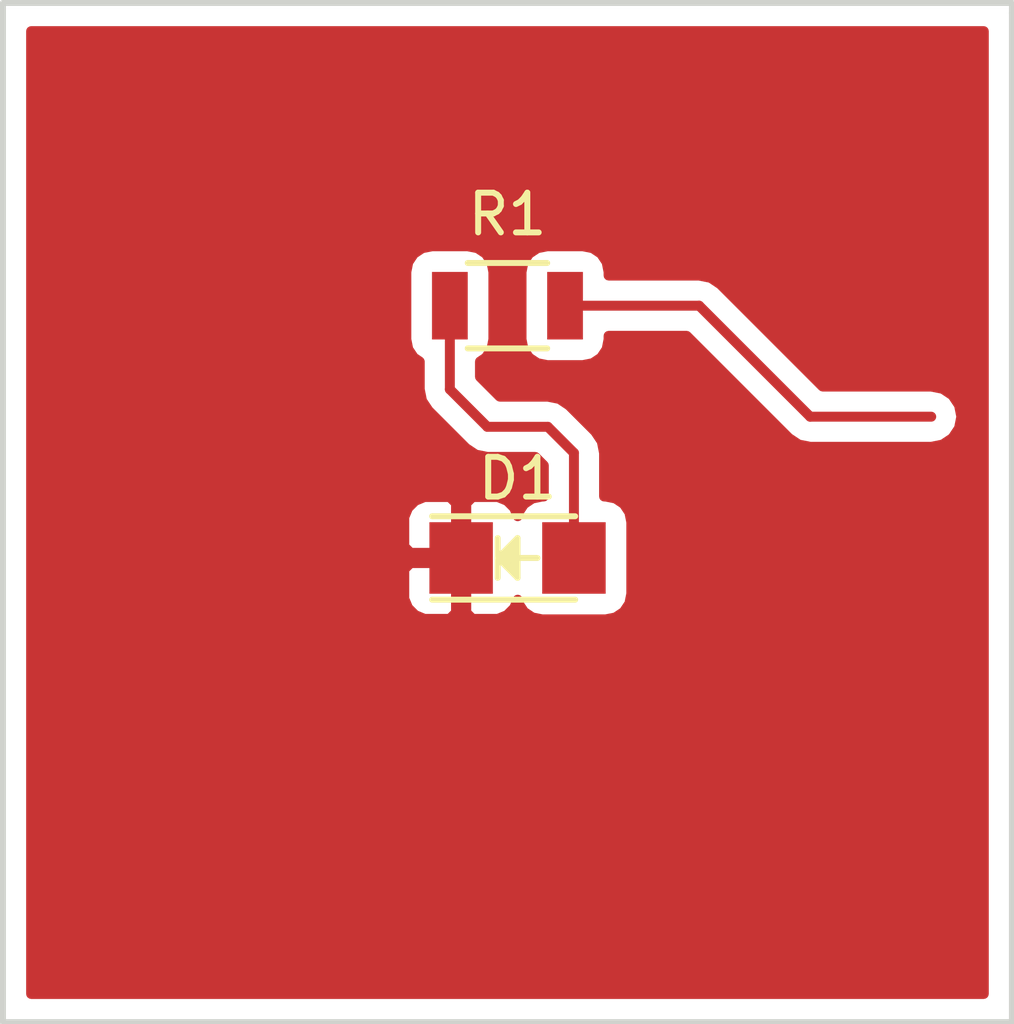
<source format=kicad_pcb>
(kicad_pcb (version 20160815) (host pcbnew "(2016-09-08 BZR 7138, Git 2adfb09)-product")

  (general
    (links 1)
    (no_connects 0)
    (area 0 0 0 0)
    (thickness 1.6)
    (drawings 5)
    (tracks 8)
    (zones 0)
    (modules 2)
    (nets 4)
  )

  (page A4)
  (layers
    (0 F.Cu signal)
    (31 B.Cu signal)
    (32 B.Adhes user)
    (33 F.Adhes user)
    (34 B.Paste user)
    (35 F.Paste user)
    (36 B.SilkS user)
    (37 F.SilkS user)
    (38 B.Mask user)
    (39 F.Mask user)
    (40 Dwgs.User user)
    (41 Cmts.User user)
    (42 Eco1.User user)
    (43 Eco2.User user)
    (44 Edge.Cuts user)
    (45 Margin user)
    (46 B.CrtYd user)
    (47 F.CrtYd user)
    (48 B.Fab user)
    (49 F.Fab user)
  )

  (setup
    (last_trace_width 0.25)
    (trace_clearance 0.2)
    (zone_clearance 0.508)
    (zone_45_only no)
    (trace_min 0.2)
    (segment_width 0.2)
    (edge_width 0.15)
    (via_size 0.8)
    (via_drill 0.4)
    (via_min_size 0.4)
    (via_min_drill 0.3)
    (uvia_size 0.3)
    (uvia_drill 0.1)
    (uvias_allowed no)
    (uvia_min_size 0.2)
    (uvia_min_drill 0.1)
    (pcb_text_width 0.3)
    (pcb_text_size 1.5 1.5)
    (mod_edge_width 0.15)
    (mod_text_size 1 1)
    (mod_text_width 0.15)
    (pad_size 1.524 1.524)
    (pad_drill 0.762)
    (pad_to_mask_clearance 0.2)
    (aux_axis_origin 0 0)
    (visible_elements FFFFFF7F)
    (pcbplotparams
      (layerselection 0x00030_ffffffff)
      (usegerberextensions false)
      (excludeedgelayer true)
      (linewidth 0.100000)
      (plotframeref false)
      (viasonmask false)
      (mode 1)
      (useauxorigin false)
      (hpglpennumber 1)
      (hpglpenspeed 20)
      (hpglpendiameter 15)
      (psnegative false)
      (psa4output false)
      (plotreference true)
      (plotvalue true)
      (plotinvisibletext false)
      (padsonsilk false)
      (subtractmaskfromsilk false)
      (outputformat 1)
      (mirror false)
      (drillshape 1)
      (scaleselection 1)
      (outputdirectory ""))
  )

  (net 0 "")
  (net 1 "Net-(D1-Pad2)")
  (net 2 GND)
  (net 3 VCC)

  (net_class Default "This is the default net class."
    (clearance 0.2)
    (trace_width 0.25)
    (via_dia 0.8)
    (via_drill 0.4)
    (uvia_dia 0.3)
    (uvia_drill 0.1)
    (diff_pair_gap 0.25)
    (diff_pair_width 0.2)
    (add_net GND)
    (add_net "Net-(D1-Pad2)")
    (add_net VCC)
  )

  (module LEDs:LED_1206 (layer F.Cu) (tedit 57ABE035) (tstamp 57EA354D)
    (at 122.428 136.398)
    (descr "LED 1206 smd package")
    (tags "LED1206 SMD")
    (path /57EA34CB)
    (attr smd)
    (fp_text reference D1 (at 0 -2) (layer F.SilkS)
      (effects (font (size 1 1) (thickness 0.15)))
    )
    (fp_text value LED (at 0 2) (layer F.Fab)
      (effects (font (size 1 1) (thickness 0.15)))
    )
    (fp_line (start -0.5 -0.5) (end -0.5 0.5) (layer F.Fab) (width 0.15))
    (fp_line (start -0.5 0) (end 0 -0.5) (layer F.Fab) (width 0.15))
    (fp_line (start 0 0.5) (end -0.5 0) (layer F.Fab) (width 0.15))
    (fp_line (start 0 -0.5) (end 0 0.5) (layer F.Fab) (width 0.15))
    (fp_line (start -1.6 0.8) (end -1.6 -0.8) (layer F.Fab) (width 0.15))
    (fp_line (start 1.6 0.8) (end -1.6 0.8) (layer F.Fab) (width 0.15))
    (fp_line (start 1.6 -0.8) (end 1.6 0.8) (layer F.Fab) (width 0.15))
    (fp_line (start -1.6 -0.8) (end 1.6 -0.8) (layer F.Fab) (width 0.15))
    (fp_line (start -2.15 1.05) (end 1.45 1.05) (layer F.SilkS) (width 0.15))
    (fp_line (start -2.15 -1.05) (end 1.45 -1.05) (layer F.SilkS) (width 0.15))
    (fp_line (start -0.1 -0.3) (end -0.1 0.3) (layer F.SilkS) (width 0.15))
    (fp_line (start -0.1 0.3) (end -0.4 0) (layer F.SilkS) (width 0.15))
    (fp_line (start -0.4 0) (end -0.2 -0.2) (layer F.SilkS) (width 0.15))
    (fp_line (start -0.2 -0.2) (end -0.2 0.05) (layer F.SilkS) (width 0.15))
    (fp_line (start -0.2 0.05) (end -0.25 0) (layer F.SilkS) (width 0.15))
    (fp_line (start -0.5 -0.5) (end -0.5 0.5) (layer F.SilkS) (width 0.15))
    (fp_line (start 0 0) (end 0.5 0) (layer F.SilkS) (width 0.15))
    (fp_line (start -0.5 0) (end 0 -0.5) (layer F.SilkS) (width 0.15))
    (fp_line (start 0 -0.5) (end 0 0.5) (layer F.SilkS) (width 0.15))
    (fp_line (start 0 0.5) (end -0.5 0) (layer F.SilkS) (width 0.15))
    (fp_line (start 2.5 -1.25) (end -2.5 -1.25) (layer F.CrtYd) (width 0.05))
    (fp_line (start -2.5 -1.25) (end -2.5 1.25) (layer F.CrtYd) (width 0.05))
    (fp_line (start -2.5 1.25) (end 2.5 1.25) (layer F.CrtYd) (width 0.05))
    (fp_line (start 2.5 1.25) (end 2.5 -1.25) (layer F.CrtYd) (width 0.05))
    (pad 2 smd rect (at 1.41986 0 180) (size 1.59766 1.80086) (layers F.Cu F.Paste F.Mask)
      (net 1 "Net-(D1-Pad2)"))
    (pad 1 smd rect (at -1.41986 0 180) (size 1.59766 1.80086) (layers F.Cu F.Paste F.Mask)
      (net 2 GND))
    (model LEDs.3dshapes/LED_1206.wrl
      (at (xyz 0 0 0))
      (scale (xyz 1 1 1))
      (rotate (xyz 0 0 180))
    )
  )

  (module Resistors_SMD:R_1206 (layer F.Cu) (tedit 5415CFA7) (tstamp 57EA3553)
    (at 122.174 130.048)
    (descr "Resistor SMD 1206, reflow soldering, Vishay (see dcrcw.pdf)")
    (tags "resistor 1206")
    (path /57EA3463)
    (attr smd)
    (fp_text reference R1 (at 0 -2.3) (layer F.SilkS)
      (effects (font (size 1 1) (thickness 0.15)))
    )
    (fp_text value 470R (at 0 2.3) (layer F.Fab)
      (effects (font (size 1 1) (thickness 0.15)))
    )
    (fp_line (start -2.2 -1.2) (end 2.2 -1.2) (layer F.CrtYd) (width 0.05))
    (fp_line (start -2.2 1.2) (end 2.2 1.2) (layer F.CrtYd) (width 0.05))
    (fp_line (start -2.2 -1.2) (end -2.2 1.2) (layer F.CrtYd) (width 0.05))
    (fp_line (start 2.2 -1.2) (end 2.2 1.2) (layer F.CrtYd) (width 0.05))
    (fp_line (start 1 1.075) (end -1 1.075) (layer F.SilkS) (width 0.15))
    (fp_line (start -1 -1.075) (end 1 -1.075) (layer F.SilkS) (width 0.15))
    (pad 1 smd rect (at -1.45 0) (size 0.9 1.7) (layers F.Cu F.Paste F.Mask)
      (net 1 "Net-(D1-Pad2)"))
    (pad 2 smd rect (at 1.45 0) (size 0.9 1.7) (layers F.Cu F.Paste F.Mask)
      (net 3 VCC))
    (model Resistors_SMD.3dshapes/R_1206.wrl
      (at (xyz 0 0 0))
      (scale (xyz 1 1 1))
      (rotate (xyz 0 0 0))
    )
  )

  (gr_line (start 134.874 122.428) (end 109.474 122.428) (angle 90) (layer Edge.Cuts) (width 0.15))
  (gr_line (start 134.874 122.682) (end 134.874 122.428) (angle 90) (layer Edge.Cuts) (width 0.15))
  (gr_line (start 134.874 148.082) (end 134.874 122.682) (angle 90) (layer Edge.Cuts) (width 0.15))
  (gr_line (start 109.474 148.082) (end 134.874 148.082) (angle 90) (layer Edge.Cuts) (width 0.15))
  (gr_line (start 109.474 122.428) (end 109.474 148.082) (angle 90) (layer Edge.Cuts) (width 0.15))

  (segment (start 120.724 130.048) (end 120.724 132.154) (width 0.25) (layer F.Cu) (net 1))
  (segment (start 123.84786 133.75386) (end 123.84786 136.398) (width 0.25) (layer F.Cu) (net 1) (tstamp 57EA3614))
  (segment (start 123.19 133.096) (end 123.84786 133.75386) (width 0.25) (layer F.Cu) (net 1) (tstamp 57EA3610))
  (segment (start 121.666 133.096) (end 123.19 133.096) (width 0.25) (layer F.Cu) (net 1) (tstamp 57EA360E))
  (segment (start 120.724 132.154) (end 121.666 133.096) (width 0.25) (layer F.Cu) (net 1) (tstamp 57EA3603))
  (segment (start 123.624 130.048) (end 127 130.048) (width 0.25) (layer F.Cu) (net 3))
  (segment (start 129.794 132.842) (end 132.842 132.842) (width 0.25) (layer F.Cu) (net 3) (tstamp 57EA3666))
  (segment (start 127 130.048) (end 129.794 132.842) (width 0.25) (layer F.Cu) (net 3) (tstamp 57EA3663))

  (zone (net 2) (net_name GND) (layer F.Cu) (tstamp 57EA36C6) (hatch edge 0.508)
    (connect_pads (clearance 0.508))
    (min_thickness 0.254)
    (fill yes (arc_segments 16) (thermal_gap 0.508) (thermal_bridge_width 0.508))
    (polygon
      (pts
        (xy 134.874 148.082) (xy 109.474 148.082) (xy 109.474 122.428) (xy 134.874 122.428)
      )
    )
    (filled_polygon
      (pts
        (xy 134.164 147.372) (xy 110.184 147.372) (xy 110.184 136.68375) (xy 119.57431 136.68375) (xy 119.57431 137.42474)
        (xy 119.670983 137.658129) (xy 119.849612 137.836757) (xy 120.083001 137.93343) (xy 120.72239 137.93343) (xy 120.88114 137.77468)
        (xy 120.88114 136.525) (xy 119.73306 136.525) (xy 119.57431 136.68375) (xy 110.184 136.68375) (xy 110.184 135.37126)
        (xy 119.57431 135.37126) (xy 119.57431 136.11225) (xy 119.73306 136.271) (xy 120.88114 136.271) (xy 120.88114 135.02132)
        (xy 120.72239 134.86257) (xy 120.083001 134.86257) (xy 119.849612 134.959243) (xy 119.670983 135.137871) (xy 119.57431 135.37126)
        (xy 110.184 135.37126) (xy 110.184 129.198) (xy 119.62656 129.198) (xy 119.62656 130.898) (xy 119.675843 131.145765)
        (xy 119.816191 131.355809) (xy 119.964 131.454573) (xy 119.964 132.154) (xy 120.021852 132.444839) (xy 120.186599 132.691401)
        (xy 121.128599 133.633401) (xy 121.37516 133.798148) (xy 121.666 133.856) (xy 122.875198 133.856) (xy 123.08786 134.068662)
        (xy 123.08786 134.85013) (xy 123.04903 134.85013) (xy 122.801265 134.899413) (xy 122.591221 135.039761) (xy 122.450873 135.249805)
        (xy 122.431664 135.346378) (xy 122.345297 135.137871) (xy 122.166668 134.959243) (xy 121.933279 134.86257) (xy 121.29389 134.86257)
        (xy 121.13514 135.02132) (xy 121.13514 136.271) (xy 121.15514 136.271) (xy 121.15514 136.525) (xy 121.13514 136.525)
        (xy 121.13514 137.77468) (xy 121.29389 137.93343) (xy 121.933279 137.93343) (xy 122.166668 137.836757) (xy 122.345297 137.658129)
        (xy 122.431664 137.449622) (xy 122.450873 137.546195) (xy 122.591221 137.756239) (xy 122.801265 137.896587) (xy 123.04903 137.94587)
        (xy 124.64669 137.94587) (xy 124.894455 137.896587) (xy 125.104499 137.756239) (xy 125.244847 137.546195) (xy 125.29413 137.29843)
        (xy 125.29413 135.49757) (xy 125.244847 135.249805) (xy 125.104499 135.039761) (xy 124.894455 134.899413) (xy 124.64669 134.85013)
        (xy 124.60786 134.85013) (xy 124.60786 133.75386) (xy 124.550008 133.463021) (xy 124.385261 133.216459) (xy 123.727401 132.558599)
        (xy 123.480839 132.393852) (xy 123.19 132.336) (xy 121.980802 132.336) (xy 121.484 131.839198) (xy 121.484 131.454573)
        (xy 121.631809 131.355809) (xy 121.772157 131.145765) (xy 121.82144 130.898) (xy 121.82144 129.198) (xy 122.52656 129.198)
        (xy 122.52656 130.898) (xy 122.575843 131.145765) (xy 122.716191 131.355809) (xy 122.926235 131.496157) (xy 123.174 131.54544)
        (xy 124.074 131.54544) (xy 124.321765 131.496157) (xy 124.531809 131.355809) (xy 124.672157 131.145765) (xy 124.72144 130.898)
        (xy 124.72144 130.808) (xy 126.685198 130.808) (xy 129.256599 133.379401) (xy 129.503161 133.544148) (xy 129.794 133.602)
        (xy 132.842 133.602) (xy 133.132839 133.544148) (xy 133.379401 133.379401) (xy 133.544148 133.132839) (xy 133.602 132.842)
        (xy 133.544148 132.551161) (xy 133.379401 132.304599) (xy 133.132839 132.139852) (xy 132.842 132.082) (xy 130.108802 132.082)
        (xy 127.537401 129.510599) (xy 127.290839 129.345852) (xy 127 129.288) (xy 124.72144 129.288) (xy 124.72144 129.198)
        (xy 124.672157 128.950235) (xy 124.531809 128.740191) (xy 124.321765 128.599843) (xy 124.074 128.55056) (xy 123.174 128.55056)
        (xy 122.926235 128.599843) (xy 122.716191 128.740191) (xy 122.575843 128.950235) (xy 122.52656 129.198) (xy 121.82144 129.198)
        (xy 121.772157 128.950235) (xy 121.631809 128.740191) (xy 121.421765 128.599843) (xy 121.174 128.55056) (xy 120.274 128.55056)
        (xy 120.026235 128.599843) (xy 119.816191 128.740191) (xy 119.675843 128.950235) (xy 119.62656 129.198) (xy 110.184 129.198)
        (xy 110.184 123.138) (xy 134.164 123.138)
      )
    )
  )
)

</source>
